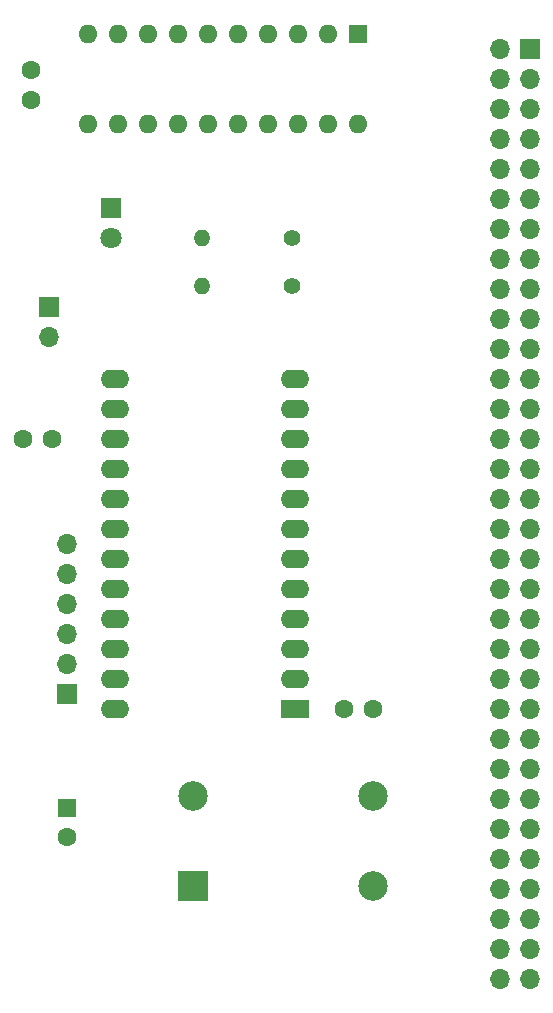
<source format=gbs>
G04 #@! TF.GenerationSoftware,KiCad,Pcbnew,8.0.4*
G04 #@! TF.CreationDate,2024-09-23T08:51:03-04:00*
G04 #@! TF.ProjectId,LB-68B50-01,4c422d36-3842-4353-902d-30312e6b6963,1*
G04 #@! TF.SameCoordinates,Original*
G04 #@! TF.FileFunction,Soldermask,Bot*
G04 #@! TF.FilePolarity,Negative*
%FSLAX46Y46*%
G04 Gerber Fmt 4.6, Leading zero omitted, Abs format (unit mm)*
G04 Created by KiCad (PCBNEW 8.0.4) date 2024-09-23 08:51:03*
%MOMM*%
%LPD*%
G01*
G04 APERTURE LIST*
%ADD10C,1.400000*%
%ADD11O,1.400000X1.400000*%
%ADD12R,1.700000X1.700000*%
%ADD13O,1.700000X1.700000*%
%ADD14R,1.800000X1.800000*%
%ADD15C,1.800000*%
%ADD16R,1.600000X1.600000*%
%ADD17C,1.600000*%
%ADD18R,2.400000X1.600000*%
%ADD19O,2.400000X1.600000*%
%ADD20O,1.600000X1.600000*%
%ADD21R,2.500000X2.500000*%
%ADD22C,2.500000*%
G04 APERTURE END LIST*
D10*
X159766000Y-74676000D03*
D11*
X152146000Y-74676000D03*
D10*
X159766000Y-70612000D03*
D11*
X152146000Y-70612000D03*
D12*
X139192000Y-76449000D03*
D13*
X139192000Y-78989000D03*
D14*
X144434000Y-68067000D03*
D15*
X144434000Y-70607000D03*
D16*
X140716000Y-118872000D03*
D17*
X140716000Y-121372000D03*
D12*
X179890000Y-54615000D03*
D13*
X177350000Y-54615000D03*
X179890000Y-57155000D03*
X177350000Y-57155000D03*
X179890000Y-59695000D03*
X177350000Y-59695000D03*
X179890000Y-62235000D03*
X177350000Y-62235000D03*
X179890000Y-64775000D03*
X177350000Y-64775000D03*
X179890000Y-67315000D03*
X177350000Y-67315000D03*
X179890000Y-69855000D03*
X177350000Y-69855000D03*
X179890000Y-72395000D03*
X177350000Y-72395000D03*
X179890000Y-74935000D03*
X177350000Y-74935000D03*
X179890000Y-77475000D03*
X177350000Y-77475000D03*
X179890000Y-80015000D03*
X177350000Y-80015000D03*
X179890000Y-82555000D03*
X177350000Y-82555000D03*
X179890000Y-85095000D03*
X177350000Y-85095000D03*
X179890000Y-87635000D03*
X177350000Y-87635000D03*
X179890000Y-90175000D03*
X177350000Y-90175000D03*
X179890000Y-92715000D03*
X177350000Y-92715000D03*
X179890000Y-95255000D03*
X177350000Y-95255000D03*
X179890000Y-97795000D03*
X177350000Y-97795000D03*
X179890000Y-100335000D03*
X177350000Y-100335000D03*
X179890000Y-102875000D03*
X177350000Y-102875000D03*
X179890000Y-105415000D03*
X177350000Y-105415000D03*
X179890000Y-107955000D03*
X177350000Y-107955000D03*
X179890000Y-110495000D03*
X177350000Y-110495000D03*
X179890000Y-113035000D03*
X177350000Y-113035000D03*
X179890000Y-115575000D03*
X177350000Y-115575000D03*
X179890000Y-118115000D03*
X177350000Y-118115000D03*
X179890000Y-120655000D03*
X177350000Y-120655000D03*
X179890000Y-123195000D03*
X177350000Y-123195000D03*
X179890000Y-125735000D03*
X177350000Y-125735000D03*
X179890000Y-128275000D03*
X177350000Y-128275000D03*
X179890000Y-130815000D03*
X177350000Y-130815000D03*
X179890000Y-133355000D03*
X177350000Y-133355000D03*
D18*
X160000000Y-110495000D03*
D19*
X160000000Y-107955000D03*
X160000000Y-105415000D03*
X160000000Y-102875000D03*
X160000000Y-100335000D03*
X160000000Y-97795000D03*
X160000000Y-95255000D03*
X160000000Y-92715000D03*
X160000000Y-90175000D03*
X160000000Y-87635000D03*
X160000000Y-85095000D03*
X160000000Y-82555000D03*
X144760000Y-82555000D03*
X144760000Y-85095000D03*
X144760000Y-87635000D03*
X144760000Y-90175000D03*
X144760000Y-92715000D03*
X144760000Y-95255000D03*
X144760000Y-97795000D03*
X144760000Y-100335000D03*
X144760000Y-102875000D03*
X144760000Y-105415000D03*
X144760000Y-107955000D03*
X144760000Y-110495000D03*
D16*
X165354000Y-53340000D03*
D20*
X162814000Y-53340000D03*
X160274000Y-53340000D03*
X157734000Y-53340000D03*
X155194000Y-53340000D03*
X152654000Y-53340000D03*
X150114000Y-53340000D03*
X147574000Y-53340000D03*
X145034000Y-53340000D03*
X142494000Y-53340000D03*
X142494000Y-60960000D03*
X145034000Y-60960000D03*
X147574000Y-60960000D03*
X150114000Y-60960000D03*
X152654000Y-60960000D03*
X155194000Y-60960000D03*
X157734000Y-60960000D03*
X160274000Y-60960000D03*
X162814000Y-60960000D03*
X165354000Y-60960000D03*
D17*
X164124000Y-110490000D03*
X166624000Y-110490000D03*
X139426000Y-87630000D03*
X136926000Y-87630000D03*
D12*
X140716000Y-109220000D03*
D13*
X140716000Y-106680000D03*
X140716000Y-104140000D03*
X140716000Y-101600000D03*
X140716000Y-99060000D03*
X140716000Y-96520000D03*
D21*
X151384000Y-125476000D03*
D22*
X166624000Y-125476000D03*
X166624000Y-117856000D03*
X151384000Y-117856000D03*
D17*
X137668000Y-58908000D03*
X137668000Y-56408000D03*
M02*

</source>
